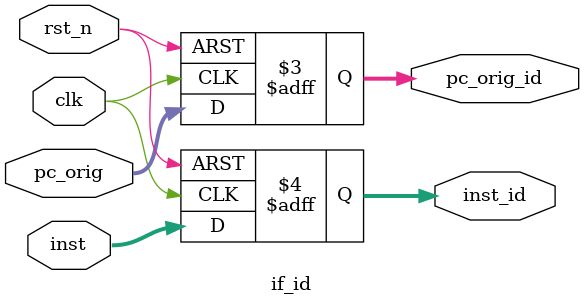
<source format=v>


//--------------------------------------------------------------------------
// Include File
//--------------------------------------------------------------------------

//--------------------------------------------------------------------------
// Module
//--------------------------------------------------------------------------
module if_id
//--------------------------------------------------------------------------
// Params
//--------------------------------------------------------------------------
#(

)
//--------------------------------------------------------------------------
// Ports
//--------------------------------------------------------------------------
(
    // Inputs
    input wire clk,
    input wire rst_n,
    
    input wire [31:0] pc_orig,
    input wire [31:0] inst,

    output reg [31:0] pc_orig_id,
    output reg [31:0] inst_id 
);

always @(posedge clk or negedge rst_n) begin
    if (!rst_n) begin
        pc_orig_id <= 32'h0000_0000;
        inst_id <= 32'h0000_0000;
    end else begin
        pc_orig_id <= pc_orig;
        inst_id <= inst;
    end
end

endmodule
//--------------------------------------------------------------------------

</source>
